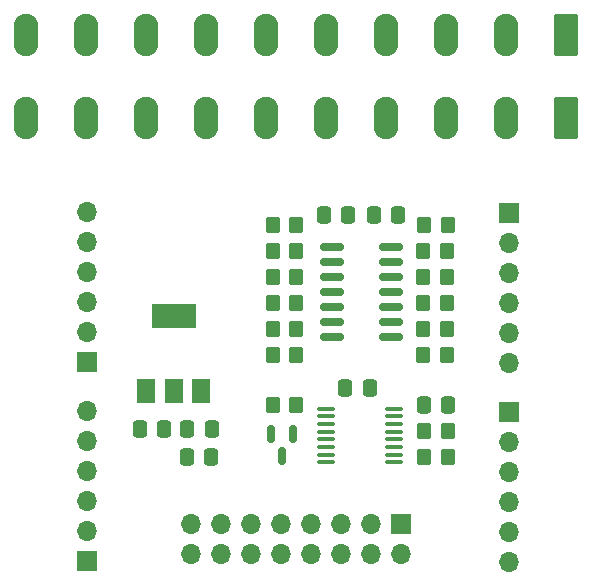
<source format=gbr>
%TF.GenerationSoftware,KiCad,Pcbnew,6.0.8+dfsg-1~bpo11+1*%
%TF.CreationDate,2022-10-31T17:37:34+01:00*%
%TF.ProjectId,rib4outAd_00,72696234-6f75-4744-9164-5f30302e6b69,rev?*%
%TF.SameCoordinates,Original*%
%TF.FileFunction,Soldermask,Top*%
%TF.FilePolarity,Negative*%
%FSLAX46Y46*%
G04 Gerber Fmt 4.6, Leading zero omitted, Abs format (unit mm)*
G04 Created by KiCad (PCBNEW 6.0.8+dfsg-1~bpo11+1) date 2022-10-31 17:37:34*
%MOMM*%
%LPD*%
G01*
G04 APERTURE LIST*
G04 Aperture macros list*
%AMRoundRect*
0 Rectangle with rounded corners*
0 $1 Rounding radius*
0 $2 $3 $4 $5 $6 $7 $8 $9 X,Y pos of 4 corners*
0 Add a 4 corners polygon primitive as box body*
4,1,4,$2,$3,$4,$5,$6,$7,$8,$9,$2,$3,0*
0 Add four circle primitives for the rounded corners*
1,1,$1+$1,$2,$3*
1,1,$1+$1,$4,$5*
1,1,$1+$1,$6,$7*
1,1,$1+$1,$8,$9*
0 Add four rect primitives between the rounded corners*
20,1,$1+$1,$2,$3,$4,$5,0*
20,1,$1+$1,$4,$5,$6,$7,0*
20,1,$1+$1,$6,$7,$8,$9,0*
20,1,$1+$1,$8,$9,$2,$3,0*%
G04 Aperture macros list end*
%ADD10RoundRect,0.249999X0.790001X1.550001X-0.790001X1.550001X-0.790001X-1.550001X0.790001X-1.550001X0*%
%ADD11O,2.080000X3.600000*%
%ADD12RoundRect,0.250000X0.350000X0.450000X-0.350000X0.450000X-0.350000X-0.450000X0.350000X-0.450000X0*%
%ADD13RoundRect,0.100000X-0.637500X-0.100000X0.637500X-0.100000X0.637500X0.100000X-0.637500X0.100000X0*%
%ADD14RoundRect,0.250000X0.337500X0.475000X-0.337500X0.475000X-0.337500X-0.475000X0.337500X-0.475000X0*%
%ADD15R,1.700000X1.700000*%
%ADD16O,1.700000X1.700000*%
%ADD17RoundRect,0.150000X-0.150000X0.587500X-0.150000X-0.587500X0.150000X-0.587500X0.150000X0.587500X0*%
%ADD18RoundRect,0.250000X-0.350000X-0.450000X0.350000X-0.450000X0.350000X0.450000X-0.350000X0.450000X0*%
%ADD19R,1.500000X2.000000*%
%ADD20R,3.800000X2.000000*%
%ADD21RoundRect,0.150000X-0.825000X-0.150000X0.825000X-0.150000X0.825000X0.150000X-0.825000X0.150000X0*%
%ADD22RoundRect,0.250000X-0.337500X-0.475000X0.337500X-0.475000X0.337500X0.475000X-0.337500X0.475000X0*%
G04 APERTURE END LIST*
D10*
%TO.C,J3*%
X168360000Y-80277500D03*
D11*
X163280000Y-80277500D03*
X158200000Y-80277500D03*
X153120000Y-80277500D03*
X148040000Y-80277500D03*
X142960000Y-80277500D03*
X137880000Y-80277500D03*
X132800000Y-80277500D03*
X127720000Y-80277500D03*
X122640000Y-80277500D03*
%TD*%
D12*
%TO.C,R11*%
X158250000Y-93800000D03*
X156250000Y-93800000D03*
%TD*%
%TO.C,R1*%
X145500000Y-104600000D03*
X143500000Y-104600000D03*
%TD*%
D13*
%TO.C,U3*%
X148037500Y-104925000D03*
X148037500Y-105575000D03*
X148037500Y-106225000D03*
X148037500Y-106875000D03*
X148037500Y-107525000D03*
X148037500Y-108175000D03*
X148037500Y-108825000D03*
X148037500Y-109475000D03*
X153762500Y-109475000D03*
X153762500Y-108825000D03*
X153762500Y-108175000D03*
X153762500Y-107525000D03*
X153762500Y-106875000D03*
X153762500Y-106225000D03*
X153762500Y-105575000D03*
X153762500Y-104925000D03*
%TD*%
D14*
%TO.C,C6*%
X149870000Y-88500000D03*
X147795000Y-88500000D03*
%TD*%
D15*
%TO.C,J6*%
X127775000Y-117825000D03*
D16*
X127775000Y-115285000D03*
X127775000Y-112745000D03*
X127775000Y-110205000D03*
X127775000Y-107665000D03*
X127775000Y-105125000D03*
%TD*%
D17*
%TO.C,U1*%
X145250000Y-107062500D03*
X143350000Y-107062500D03*
X144300000Y-108937500D03*
%TD*%
D10*
%TO.C,J2*%
X168360000Y-73277500D03*
D11*
X163280000Y-73277500D03*
X158200000Y-73277500D03*
X153120000Y-73277500D03*
X148040000Y-73277500D03*
X142960000Y-73277500D03*
X137880000Y-73277500D03*
X132800000Y-73277500D03*
X127720000Y-73277500D03*
X122640000Y-73277500D03*
%TD*%
D12*
%TO.C,R10*%
X158250000Y-96000000D03*
X156250000Y-96000000D03*
%TD*%
D18*
%TO.C,R5*%
X143500000Y-96000000D03*
X145500000Y-96000000D03*
%TD*%
D12*
%TO.C,R12*%
X158250000Y-98200000D03*
X156250000Y-98200000D03*
%TD*%
D19*
%TO.C,U2*%
X132800000Y-103400000D03*
D20*
X135100000Y-97100000D03*
D19*
X135100000Y-103400000D03*
X137400000Y-103400000D03*
%TD*%
D21*
%TO.C,U4*%
X148525000Y-91190000D03*
X148525000Y-92460000D03*
X148525000Y-93730000D03*
X148525000Y-95000000D03*
X148525000Y-96270000D03*
X148525000Y-97540000D03*
X148525000Y-98810000D03*
X153475000Y-98810000D03*
X153475000Y-97540000D03*
X153475000Y-96270000D03*
X153475000Y-95000000D03*
X153475000Y-93730000D03*
X153475000Y-92460000D03*
X153475000Y-91190000D03*
%TD*%
D12*
%TO.C,R15*%
X158300000Y-89400000D03*
X156300000Y-89400000D03*
%TD*%
D18*
%TO.C,R3*%
X156300000Y-109000000D03*
X158300000Y-109000000D03*
%TD*%
D15*
%TO.C,J5*%
X163500000Y-88340000D03*
D16*
X163500000Y-90880000D03*
X163500000Y-93420000D03*
X163500000Y-95960000D03*
X163500000Y-98500000D03*
X163500000Y-101040000D03*
%TD*%
D14*
%TO.C,C4*%
X134300000Y-106600000D03*
X132225000Y-106600000D03*
%TD*%
D22*
%TO.C,C3*%
X149625000Y-103200000D03*
X151700000Y-103200000D03*
%TD*%
D18*
%TO.C,R8*%
X143500000Y-89400000D03*
X145500000Y-89400000D03*
%TD*%
%TO.C,R9*%
X143500000Y-100400000D03*
X145500000Y-100400000D03*
%TD*%
%TO.C,R7*%
X143500000Y-98200000D03*
X145500000Y-98200000D03*
%TD*%
D12*
%TO.C,R14*%
X158250000Y-100400000D03*
X156250000Y-100400000D03*
%TD*%
D18*
%TO.C,R6*%
X143500000Y-91600000D03*
X145500000Y-91600000D03*
%TD*%
D14*
%TO.C,C1*%
X138325000Y-106600000D03*
X136250000Y-106600000D03*
%TD*%
D15*
%TO.C,J7*%
X163525000Y-105200000D03*
D16*
X163525000Y-107740000D03*
X163525000Y-110280000D03*
X163525000Y-112820000D03*
X163525000Y-115360000D03*
X163525000Y-117900000D03*
%TD*%
D18*
%TO.C,R2*%
X156300000Y-106800000D03*
X158300000Y-106800000D03*
%TD*%
D12*
%TO.C,R13*%
X158250000Y-91600000D03*
X156250000Y-91600000D03*
%TD*%
D14*
%TO.C,C5*%
X158375000Y-104600000D03*
X156300000Y-104600000D03*
%TD*%
D18*
%TO.C,R4*%
X143500000Y-93800000D03*
X145500000Y-93800000D03*
%TD*%
D14*
%TO.C,C7*%
X154135000Y-88520000D03*
X152060000Y-88520000D03*
%TD*%
%TO.C,C2*%
X138300000Y-109000000D03*
X136225000Y-109000000D03*
%TD*%
D15*
%TO.C,J4*%
X127775000Y-100925000D03*
D16*
X127775000Y-98385000D03*
X127775000Y-95845000D03*
X127775000Y-93305000D03*
X127775000Y-90765000D03*
X127775000Y-88225000D03*
%TD*%
D15*
%TO.C,J1*%
X154370000Y-114710000D03*
D16*
X154370000Y-117250000D03*
X151830000Y-114710000D03*
X151830000Y-117250000D03*
X149290000Y-114710000D03*
X149290000Y-117250000D03*
X146750000Y-114710000D03*
X146750000Y-117250000D03*
X144210000Y-114710000D03*
X144210000Y-117250000D03*
X141670000Y-114710000D03*
X141670000Y-117250000D03*
X139130000Y-114710000D03*
X139130000Y-117250000D03*
X136590000Y-114710000D03*
X136590000Y-117250000D03*
%TD*%
M02*

</source>
